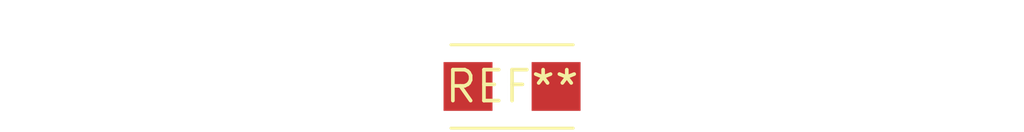
<source format=kicad_pcb>
(kicad_pcb (version 20240108) (generator pcbnew)
  (layers (0 "F.Cu" signal) (31 "B.Cu" signal) (34 "B.Paste" user) (35 "F.Paste" user) (36 "B.SilkS" user "B.Silkscreen") (37 "F.SilkS" user "F.Silkscreen") (38 "B.Mask" user) (39 "F.Mask" user) (44 "Edge.Cuts" user))
  (net 0 "")
  (footprint "Crystal_SMD_Qantek_QC5CB-2Pin_5x3.2mm" (layer "F.Cu") (at 0 0)
    (property "Reference" "REF**")
    (property "Value" "Crystal_SMD_Qantek_QC5CB-2Pin_5x3.2mm")
    (fp_line (start -2.5 -1.71) (end 2.5 -1.71) (layer "F.SilkS") (stroke (width 0.12)))
    (fp_line (start -2.5 1.71) (end 2.5 1.71) (layer "F.SilkS") (stroke (width 0.12)))
    (pad "1" smd rect (at -1.8 0) (size 2 2) (layers "F.Cu" "F.Paste" "F.Mask"))
    (pad "2" smd rect (at 1.8 0) (size 2 2) (layers "F.Cu" "F.Paste" "F.Mask"))
  )
)
</source>
